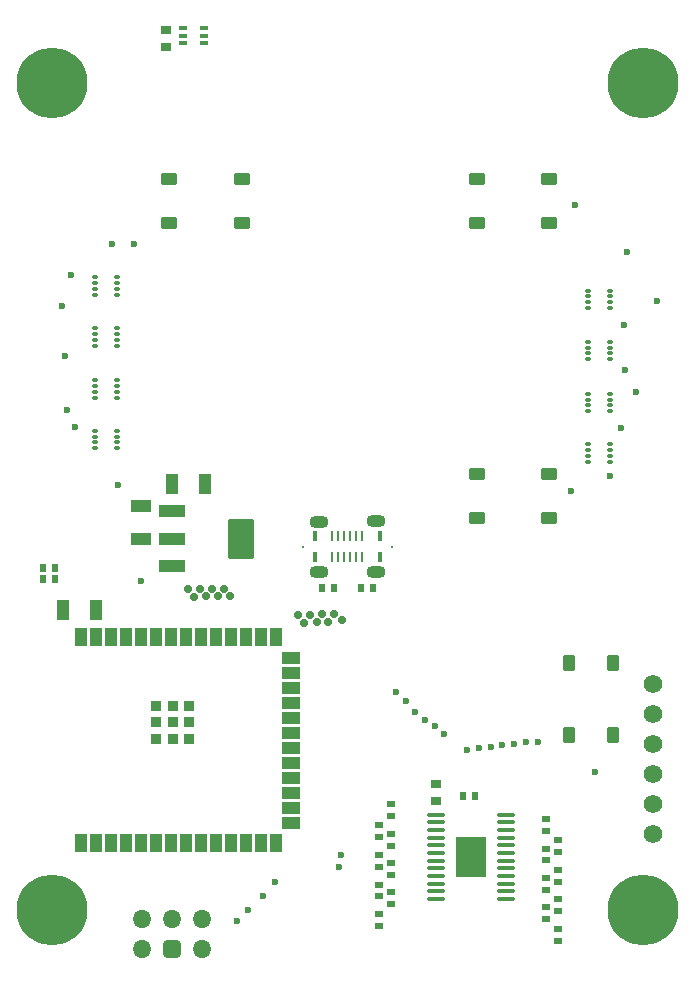
<source format=gbr>
%TF.GenerationSoftware,Altium Limited,Altium Designer,25.4.2 (15)*%
G04 Layer_Color=16711935*
%FSLAX45Y45*%
%MOMM*%
%TF.SameCoordinates,81630B90-A891-4B4D-9F54-97E9C8775566*%
%TF.FilePolarity,Negative*%
%TF.FileFunction,Soldermask,Bot*%
%TF.Part,Single*%
G01*
G75*
%TA.AperFunction,ComponentPad*%
%ADD52O,1.60000X1.10000*%
%ADD53C,0.32500*%
%TA.AperFunction,WasherPad*%
%ADD54C,6.00000*%
%TA.AperFunction,ViaPad*%
%ADD55C,0.70000*%
%TA.AperFunction,SMDPad,CuDef*%
%ADD57C,0.60000*%
G04:AMPARAMS|DCode=68|XSize=0.25mm|YSize=0.85mm|CornerRadius=0.0125mm|HoleSize=0mm|Usage=FLASHONLY|Rotation=180.000|XOffset=0mm|YOffset=0mm|HoleType=Round|Shape=RoundedRectangle|*
%AMROUNDEDRECTD68*
21,1,0.25000,0.82500,0,0,180.0*
21,1,0.22500,0.85000,0,0,180.0*
1,1,0.02500,-0.11250,0.41250*
1,1,0.02500,0.11250,0.41250*
1,1,0.02500,0.11250,-0.41250*
1,1,0.02500,-0.11250,-0.41250*
%
%ADD68ROUNDEDRECTD68*%
G04:AMPARAMS|DCode=70|XSize=0.35mm|YSize=0.85mm|CornerRadius=0.0175mm|HoleSize=0mm|Usage=FLASHONLY|Rotation=180.000|XOffset=0mm|YOffset=0mm|HoleType=Round|Shape=RoundedRectangle|*
%AMROUNDEDRECTD70*
21,1,0.35000,0.81500,0,0,180.0*
21,1,0.31500,0.85000,0,0,180.0*
1,1,0.03500,-0.15750,0.40750*
1,1,0.03500,0.15750,0.40750*
1,1,0.03500,0.15750,-0.40750*
1,1,0.03500,-0.15750,-0.40750*
%
%ADD70ROUNDEDRECTD70*%
%TA.AperFunction,ConnectorPad*%
G04:AMPARAMS|DCode=72|XSize=0.3mm|YSize=0.65mm|CornerRadius=0.015mm|HoleSize=0mm|Usage=FLASHONLY|Rotation=90.000|XOffset=0mm|YOffset=0mm|HoleType=Round|Shape=RoundedRectangle|*
%AMROUNDEDRECTD72*
21,1,0.30000,0.62000,0,0,90.0*
21,1,0.27000,0.65000,0,0,90.0*
1,1,0.03000,0.31000,0.13500*
1,1,0.03000,0.31000,-0.13500*
1,1,0.03000,-0.31000,-0.13500*
1,1,0.03000,-0.31000,0.13500*
%
%ADD72ROUNDEDRECTD72*%
%TA.AperFunction,BGAPad,CuDef*%
%ADD74R,0.90000X0.90000*%
%TA.AperFunction,SMDPad,CuDef*%
G04:AMPARAMS|DCode=89|XSize=1.376mm|YSize=0.976mm|CornerRadius=0.083mm|HoleSize=0mm|Usage=FLASHONLY|Rotation=180.000|XOffset=0mm|YOffset=0mm|HoleType=Round|Shape=RoundedRectangle|*
%AMROUNDEDRECTD89*
21,1,1.37600,0.81000,0,0,180.0*
21,1,1.21000,0.97600,0,0,180.0*
1,1,0.16600,-0.60500,0.40500*
1,1,0.16600,0.60500,0.40500*
1,1,0.16600,0.60500,-0.40500*
1,1,0.16600,-0.60500,-0.40500*
%
%ADD89ROUNDEDRECTD89*%
G04:AMPARAMS|DCode=90|XSize=1.376mm|YSize=0.976mm|CornerRadius=0.083mm|HoleSize=0mm|Usage=FLASHONLY|Rotation=270.000|XOffset=0mm|YOffset=0mm|HoleType=Round|Shape=RoundedRectangle|*
%AMROUNDEDRECTD90*
21,1,1.37600,0.81000,0,0,270.0*
21,1,1.21000,0.97600,0,0,270.0*
1,1,0.16600,-0.40500,-0.60500*
1,1,0.16600,-0.40500,0.60500*
1,1,0.16600,0.40500,0.60500*
1,1,0.16600,0.40500,-0.60500*
%
%ADD90ROUNDEDRECTD90*%
%ADD91O,0.67600X0.27600*%
%ADD92O,1.47600X0.40100*%
%ADD93R,2.51600X3.49600*%
G04:AMPARAMS|DCode=94|XSize=1.076mm|YSize=2.226mm|CornerRadius=0.088mm|HoleSize=0mm|Usage=FLASHONLY|Rotation=270.000|XOffset=0mm|YOffset=0mm|HoleType=Round|Shape=RoundedRectangle|*
%AMROUNDEDRECTD94*
21,1,1.07600,2.05000,0,0,270.0*
21,1,0.90000,2.22600,0,0,270.0*
1,1,0.17600,-1.02500,-0.45000*
1,1,0.17600,-1.02500,0.45000*
1,1,0.17600,1.02500,0.45000*
1,1,0.17600,1.02500,-0.45000*
%
%ADD94ROUNDEDRECTD94*%
G04:AMPARAMS|DCode=95|XSize=3.326mm|YSize=2.226mm|CornerRadius=0.1455mm|HoleSize=0mm|Usage=FLASHONLY|Rotation=270.000|XOffset=0mm|YOffset=0mm|HoleType=Round|Shape=RoundedRectangle|*
%AMROUNDEDRECTD95*
21,1,3.32600,1.93500,0,0,270.0*
21,1,3.03500,2.22600,0,0,270.0*
1,1,0.29100,-0.96750,-1.51750*
1,1,0.29100,-0.96750,1.51750*
1,1,0.29100,0.96750,1.51750*
1,1,0.29100,0.96750,-1.51750*
%
%ADD95ROUNDEDRECTD95*%
G04:AMPARAMS|DCode=96|XSize=1.726mm|YSize=1.026mm|CornerRadius=0.04275mm|HoleSize=0mm|Usage=FLASHONLY|Rotation=90.000|XOffset=0mm|YOffset=0mm|HoleType=Round|Shape=RoundedRectangle|*
%AMROUNDEDRECTD96*
21,1,1.72600,0.94050,0,0,90.0*
21,1,1.64050,1.02600,0,0,90.0*
1,1,0.08550,0.47025,0.82025*
1,1,0.08550,0.47025,-0.82025*
1,1,0.08550,-0.47025,-0.82025*
1,1,0.08550,-0.47025,0.82025*
%
%ADD96ROUNDEDRECTD96*%
G04:AMPARAMS|DCode=97|XSize=1.726mm|YSize=1.026mm|CornerRadius=0.04275mm|HoleSize=0mm|Usage=FLASHONLY|Rotation=0.000|XOffset=0mm|YOffset=0mm|HoleType=Round|Shape=RoundedRectangle|*
%AMROUNDEDRECTD97*
21,1,1.72600,0.94050,0,0,0.0*
21,1,1.64050,1.02600,0,0,0.0*
1,1,0.08550,0.82025,-0.47025*
1,1,0.08550,-0.82025,-0.47025*
1,1,0.08550,-0.82025,0.47025*
1,1,0.08550,0.82025,0.47025*
%
%ADD97ROUNDEDRECTD97*%
G04:AMPARAMS|DCode=98|XSize=0.576mm|YSize=0.626mm|CornerRadius=0.063mm|HoleSize=0mm|Usage=FLASHONLY|Rotation=270.000|XOffset=0mm|YOffset=0mm|HoleType=Round|Shape=RoundedRectangle|*
%AMROUNDEDRECTD98*
21,1,0.57600,0.50000,0,0,270.0*
21,1,0.45000,0.62600,0,0,270.0*
1,1,0.12600,-0.25000,-0.22500*
1,1,0.12600,-0.25000,0.22500*
1,1,0.12600,0.25000,0.22500*
1,1,0.12600,0.25000,-0.22500*
%
%ADD98ROUNDEDRECTD98*%
G04:AMPARAMS|DCode=99|XSize=0.576mm|YSize=0.626mm|CornerRadius=0.063mm|HoleSize=0mm|Usage=FLASHONLY|Rotation=0.000|XOffset=0mm|YOffset=0mm|HoleType=Round|Shape=RoundedRectangle|*
%AMROUNDEDRECTD99*
21,1,0.57600,0.50000,0,0,0.0*
21,1,0.45000,0.62600,0,0,0.0*
1,1,0.12600,0.22500,-0.25000*
1,1,0.12600,-0.22500,-0.25000*
1,1,0.12600,-0.22500,0.25000*
1,1,0.12600,0.22500,0.25000*
%
%ADD99ROUNDEDRECTD99*%
G04:AMPARAMS|DCode=100|XSize=0.926mm|YSize=0.676mm|CornerRadius=0.041mm|HoleSize=0mm|Usage=FLASHONLY|Rotation=180.000|XOffset=0mm|YOffset=0mm|HoleType=Round|Shape=RoundedRectangle|*
%AMROUNDEDRECTD100*
21,1,0.92600,0.59400,0,0,180.0*
21,1,0.84400,0.67600,0,0,180.0*
1,1,0.08200,-0.42200,0.29700*
1,1,0.08200,0.42200,0.29700*
1,1,0.08200,0.42200,-0.29700*
1,1,0.08200,-0.42200,-0.29700*
%
%ADD100ROUNDEDRECTD100*%
%TA.AperFunction,ConnectorPad*%
%ADD101R,0.97600X1.57600*%
%ADD102R,1.57600X0.97600*%
%TA.AperFunction,ComponentPad*%
G04:AMPARAMS|DCode=103|XSize=1.576mm|YSize=1.526mm|CornerRadius=0.4005mm|HoleSize=0mm|Usage=FLASHONLY|Rotation=180.000|XOffset=0mm|YOffset=0mm|HoleType=Round|Shape=RoundedRectangle|*
%AMROUNDEDRECTD103*
21,1,1.57600,0.72500,0,0,180.0*
21,1,0.77500,1.52600,0,0,180.0*
1,1,0.80100,-0.38750,0.36250*
1,1,0.80100,0.38750,0.36250*
1,1,0.80100,0.38750,-0.36250*
1,1,0.80100,-0.38750,-0.36250*
%
%ADD103ROUNDEDRECTD103*%
%ADD104O,1.57600X1.52600*%
%TA.AperFunction,ViaPad*%
%ADD105C,1.57600*%
D52*
X3240000Y3787200D02*
D03*
X2760000Y3784700D02*
D03*
X3240000Y3359700D02*
D03*
X2760000D02*
D03*
D53*
X3375000Y3572200D02*
D03*
X2625000D02*
D03*
D54*
X500000Y500000D02*
D03*
X5500000D02*
D03*
Y7500000D02*
D03*
X500000D02*
D03*
D55*
X2958457Y2952866D02*
D03*
X2891535Y2999070D02*
D03*
X2840662Y2936322D02*
D03*
X2790098Y2998867D02*
D03*
X2739794Y2936216D02*
D03*
X2683150Y2993210D02*
D03*
X2632488Y2930592D02*
D03*
X2581968Y2997323D02*
D03*
X1649999Y3215000D02*
D03*
X1700519Y3148268D02*
D03*
X1751181Y3210886D02*
D03*
X1807825Y3153893D02*
D03*
X1858129Y3216543D02*
D03*
X1908694Y3153999D02*
D03*
X1959567Y3216747D02*
D03*
X2011488Y3155543D02*
D03*
X4100000Y837500D02*
D03*
X3990000D02*
D03*
X4100000Y947500D02*
D03*
X3990000D02*
D03*
X3990000Y1057500D02*
D03*
X4100000D02*
D03*
D57*
X2384145Y733355D02*
D03*
X2285750Y614250D02*
D03*
X2156909Y500591D02*
D03*
X2065076Y407385D02*
D03*
X3822698Y1989588D02*
D03*
X4615793Y1922087D02*
D03*
X4511511Y1915645D02*
D03*
X4412104Y1903146D02*
D03*
X4312696Y1890646D02*
D03*
X4213289Y1878147D02*
D03*
X4113882Y1865648D02*
D03*
X4014475Y1853148D02*
D03*
X1254600Y3286046D02*
D03*
X4892858Y4046223D02*
D03*
X5223137Y4170860D02*
D03*
X5321060Y4573940D02*
D03*
X5445000Y4880000D02*
D03*
X5347500Y5070306D02*
D03*
X5345869Y5450508D02*
D03*
X5619805Y5653189D02*
D03*
X5372164Y6069465D02*
D03*
X4928838Y6463488D02*
D03*
X1060442Y4097942D02*
D03*
X695211Y4585211D02*
D03*
X624502Y4731684D02*
D03*
X606658Y5188342D02*
D03*
X585650Y5607354D02*
D03*
X658885Y5871561D02*
D03*
X1011536Y6134036D02*
D03*
X1193490D02*
D03*
X5097500Y1665386D02*
D03*
X2934300Y858408D02*
D03*
X2947267Y962670D02*
D03*
X3746337Y2054300D02*
D03*
X3657993Y2108437D02*
D03*
X3574584Y2173233D02*
D03*
X3493522Y2262617D02*
D03*
X3408808Y2338614D02*
D03*
D68*
X3125000Y3662200D02*
D03*
Y3482200D02*
D03*
X2875001D02*
D03*
Y3662200D02*
D03*
X2925000Y3482200D02*
D03*
X3075000Y3662200D02*
D03*
X2975000D02*
D03*
X3025000Y3482200D02*
D03*
Y3662200D02*
D03*
X2975000Y3482200D02*
D03*
X3075000D02*
D03*
X2925000Y3662200D02*
D03*
D70*
X3275000Y3482200D02*
D03*
Y3662200D02*
D03*
X2725000D02*
D03*
Y3482200D02*
D03*
D72*
X1610000Y7965000D02*
D03*
X1790000D02*
D03*
Y7835000D02*
D03*
X1610000D02*
D03*
X1790000Y7900000D02*
D03*
X1610000D02*
D03*
D74*
X1661080Y2225480D02*
D03*
Y2085480D02*
D03*
X1521080Y2225480D02*
D03*
Y2085480D02*
D03*
Y1945480D02*
D03*
X1661080D02*
D03*
X1381080Y2225480D02*
D03*
Y2085480D02*
D03*
Y1945480D02*
D03*
D89*
X4095000Y6685000D02*
D03*
Y6315000D02*
D03*
X4705000Y6685000D02*
D03*
Y6315000D02*
D03*
X4095000Y4185000D02*
D03*
Y3815000D02*
D03*
X4705000Y4185000D02*
D03*
Y3815000D02*
D03*
X1495000Y6684999D02*
D03*
Y6315000D02*
D03*
X2105000Y6684999D02*
D03*
Y6315000D02*
D03*
D90*
X4879430Y1979977D02*
D03*
X5249430D02*
D03*
X4879430Y2589977D02*
D03*
X5249430D02*
D03*
D91*
X5036780Y5641121D02*
D03*
Y5591121D02*
D03*
Y5691121D02*
D03*
Y5741121D02*
D03*
X5226781D02*
D03*
Y5691121D02*
D03*
Y5641121D02*
D03*
Y5591121D02*
D03*
X5036780Y4768618D02*
D03*
Y4718618D02*
D03*
Y4818618D02*
D03*
Y4868618D02*
D03*
X5226781D02*
D03*
Y4818618D02*
D03*
Y4768618D02*
D03*
Y4718618D02*
D03*
X5036780Y4340331D02*
D03*
Y4290331D02*
D03*
Y4390331D02*
D03*
Y4440331D02*
D03*
X5226781D02*
D03*
Y4390331D02*
D03*
Y4340331D02*
D03*
Y4290331D02*
D03*
X1050700Y4505410D02*
D03*
Y4555410D02*
D03*
Y4455410D02*
D03*
Y4405410D02*
D03*
X860700D02*
D03*
Y4455410D02*
D03*
Y4505410D02*
D03*
Y4555410D02*
D03*
X1050700Y4933697D02*
D03*
Y4983697D02*
D03*
Y4883697D02*
D03*
Y4833697D02*
D03*
X860700D02*
D03*
Y4883697D02*
D03*
Y4933697D02*
D03*
Y4983697D02*
D03*
X1050700Y5374159D02*
D03*
Y5424159D02*
D03*
Y5324159D02*
D03*
Y5274159D02*
D03*
X860700D02*
D03*
Y5324159D02*
D03*
Y5374159D02*
D03*
Y5424159D02*
D03*
X1050700Y5806200D02*
D03*
Y5856200D02*
D03*
Y5756200D02*
D03*
Y5706200D02*
D03*
X860700D02*
D03*
Y5756200D02*
D03*
Y5806200D02*
D03*
Y5856200D02*
D03*
X5036780Y5209080D02*
D03*
Y5159080D02*
D03*
Y5259080D02*
D03*
Y5309080D02*
D03*
X5226781D02*
D03*
Y5259080D02*
D03*
Y5209080D02*
D03*
Y5159080D02*
D03*
D92*
X3750000Y1175000D02*
D03*
X4340000Y1110000D02*
D03*
Y1175000D02*
D03*
X3750000Y1305000D02*
D03*
Y1110000D02*
D03*
X4340000Y1240000D02*
D03*
X3750000D02*
D03*
X4340000Y1305000D02*
D03*
Y590000D02*
D03*
Y655000D02*
D03*
Y720000D02*
D03*
Y785000D02*
D03*
Y850000D02*
D03*
Y915000D02*
D03*
Y980000D02*
D03*
Y1045000D02*
D03*
X3750000D02*
D03*
Y980000D02*
D03*
Y915000D02*
D03*
Y785000D02*
D03*
Y720000D02*
D03*
Y655000D02*
D03*
Y590000D02*
D03*
Y850000D02*
D03*
D93*
X4045000Y947500D02*
D03*
D94*
X1514101Y3641300D02*
D03*
X1514100Y3411300D02*
D03*
Y3871300D02*
D03*
D95*
X2099100Y3641300D02*
D03*
D96*
X1794100Y4100000D02*
D03*
X1514100D02*
D03*
X596076Y3034999D02*
D03*
X876080Y3035000D02*
D03*
D97*
X1254600Y3641300D02*
D03*
Y3921300D02*
D03*
D98*
X4681269Y769432D02*
D03*
Y669432D02*
D03*
X4780585Y734198D02*
D03*
Y834198D02*
D03*
X4683060Y1016715D02*
D03*
Y916715D02*
D03*
X4683059Y1265985D02*
D03*
X4683059Y1165985D02*
D03*
X4780560Y991715D02*
D03*
Y1091714D02*
D03*
X3272500Y959198D02*
D03*
Y462187D02*
D03*
X3370000Y546271D02*
D03*
X3272500Y711270D02*
D03*
X3370000Y794432D02*
D03*
X3370000Y1041714D02*
D03*
X3272500Y1216714D02*
D03*
X3370000Y1290985D02*
D03*
X4683061Y421272D02*
D03*
X4780560Y586271D02*
D03*
X4784332Y337188D02*
D03*
X4683061Y521271D02*
D03*
X4784332Y237188D02*
D03*
X4780560Y486271D02*
D03*
X3272500Y611270D02*
D03*
X3272500Y859198D02*
D03*
X3370000Y646271D02*
D03*
X3272500Y362187D02*
D03*
X3370000Y1390985D02*
D03*
X3272500Y1116714D02*
D03*
X3370000Y1141715D02*
D03*
X3370000Y894432D02*
D03*
D99*
X4082500Y1465000D02*
D03*
X3218367Y3221045D02*
D03*
X2789443Y3221041D02*
D03*
X3982500Y1465000D02*
D03*
X425000Y3295000D02*
D03*
Y3395000D02*
D03*
X2889443Y3221041D02*
D03*
X3118367Y3221045D02*
D03*
X525000Y3295000D02*
D03*
Y3395000D02*
D03*
D100*
X3750000Y1567500D02*
D03*
X1462400Y7947580D02*
D03*
X3750000Y1422500D02*
D03*
X1462400Y7802580D02*
D03*
D101*
X749080Y2810480D02*
D03*
Y1060480D02*
D03*
X1257080D02*
D03*
X2146080D02*
D03*
X2273080D02*
D03*
X1130080D02*
D03*
X876080D02*
D03*
X1003080D02*
D03*
X2400080Y2810480D02*
D03*
X2273080D02*
D03*
X876080D02*
D03*
X2400080Y1060480D02*
D03*
X2019080D02*
D03*
X1892080D02*
D03*
X1003080Y2810480D02*
D03*
X2019080D02*
D03*
X2146080D02*
D03*
X1892080D02*
D03*
X1765080D02*
D03*
X1638080D02*
D03*
X1511080D02*
D03*
X1384080D02*
D03*
X1257080D02*
D03*
X1130080D02*
D03*
X1384080Y1060480D02*
D03*
X1511080D02*
D03*
X1638080D02*
D03*
X1765080D02*
D03*
D102*
X2525080Y1363980D02*
D03*
Y2633980D02*
D03*
Y1490980D02*
D03*
Y2379980D02*
D03*
Y2252980D02*
D03*
Y2125980D02*
D03*
Y1998980D02*
D03*
Y1871980D02*
D03*
Y1744980D02*
D03*
Y1617980D02*
D03*
Y1236980D02*
D03*
Y2506980D02*
D03*
D103*
X1520000Y163496D02*
D03*
D104*
Y417496D02*
D03*
X1774000D02*
D03*
X1266000Y163496D02*
D03*
X1774000D02*
D03*
X1266000Y417496D02*
D03*
D105*
X5588000Y2413000D02*
D03*
Y2159000D02*
D03*
Y1143000D02*
D03*
Y1905000D02*
D03*
Y1651000D02*
D03*
Y1397000D02*
D03*
%TF.MD5,693a1c97731f8b10b6894f7307aeca91*%
M02*

</source>
